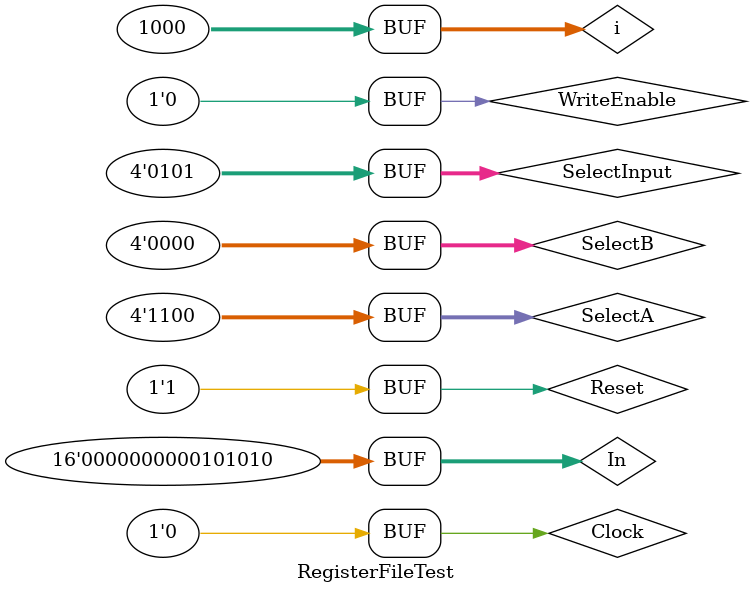
<source format=v>
`timescale 1ns / 1ps


module RegisterFileTest;

	// Inputs
	reg Clock;
	reg Reset;
	reg WriteEnable;
	reg [3:0] SelectInput;
	reg [3:0] SelectA;
	reg [3:0] SelectB;
	reg [15:0] In;

	// Outputs
	wire [15:0] A;
	wire [15:0] B;
	
	// Temps
	integer i;

	// Instantiate the Unit Under Test (UUT)
	RegFile uut (
		.Clock(Clock), 
		.Reset(Reset), 
		.WriteEnable(WriteEnable), 
		.SelectInput(SelectInput), 
		.SelectA(SelectA), 
		.SelectB(SelectB), 
		.In(In), 
		.A(A), 
		.B(B)
	);

	initial begin
		// Initialize Inputs
		Clock = 0;
		Reset = 1;
		WriteEnable = 0;
		SelectInput = 0;
		SelectA = 0;
		SelectB = 0;
		In = 0;
		i = 0;

		// Wait 100 ns for global reset to finish
		#100;
        
		// Add stimulus here
		for(i=0; i<1000; i=i+1)
		begin
			Clock = ~Clock;
			if(i==20)
			begin
				WriteEnable = 1;
				In = 37;
				SelectInput = 5;
			end	
			if(i==24)
			begin
				WriteEnable = 0;
				In = 42;
				SelectInput = 5;
			end
			if(i==24)
			begin
				SelectA = 5;
			end
			
			if(i==26)
				SelectA = 12;

			#5;
		end

	end
      
endmodule


</source>
